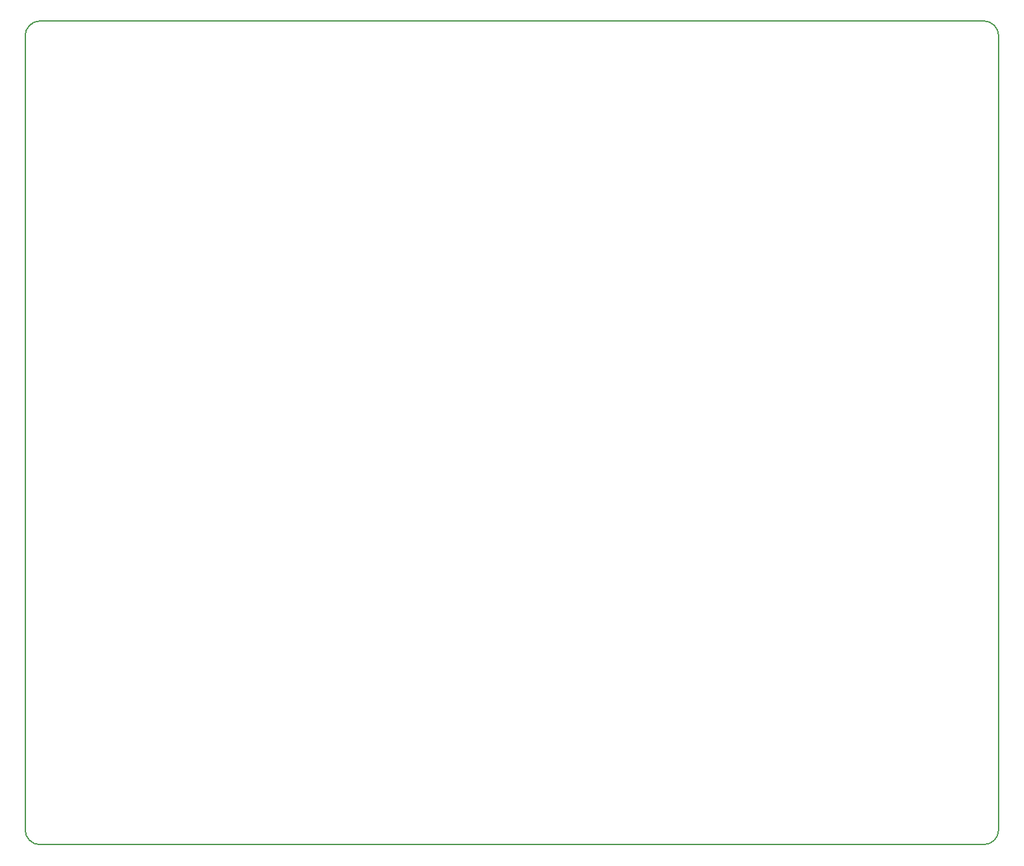
<source format=gko>
%FSLAX25Y25*%
%MOIN*%
G70*
G01*
G75*
G04 Layer_Color=16711935*
%ADD10R,0.13386X0.04724*%
%ADD11R,0.03543X0.02362*%
%ADD12R,0.03543X0.07087*%
%ADD13R,0.02362X0.03543*%
%ADD14R,0.09843X0.06693*%
%ADD15R,0.20079X0.09252*%
%ADD16R,0.11024X0.04921*%
%ADD17R,0.01378X0.02165*%
%ADD18R,0.01772X0.05315*%
%ADD19R,0.07874X0.06693*%
%ADD20R,0.07087X0.15354*%
%ADD21R,0.05118X0.21654*%
%ADD22C,0.00591*%
%ADD23C,0.01772*%
%ADD24C,0.01181*%
%ADD25C,0.15748*%
%ADD26O,0.15748X0.29134*%
%ADD27C,0.00984*%
%ADD28C,0.00100*%
%ADD29C,0.00787*%
%ADD30R,0.10630X0.04528*%
%ADD31R,0.00984X0.01772*%
%ADD32R,0.13780X0.05118*%
%ADD33R,0.03937X0.02756*%
%ADD34R,0.03937X0.07480*%
%ADD35R,0.02756X0.03937*%
%ADD36R,0.10236X0.07087*%
%ADD37R,0.20472X0.09646*%
%ADD38R,0.11417X0.05315*%
%ADD39R,0.01772X0.02559*%
%ADD40R,0.02165X0.05709*%
%ADD41R,0.08268X0.07087*%
%ADD42R,0.07480X0.15748*%
%ADD43R,0.05512X0.22047*%
%ADD44C,0.16142*%
%ADD45O,0.16142X0.29528*%
D29*
X255906Y208661D02*
G03*
X248031Y216535I-7874J0D01*
G01*
Y-216535D02*
G03*
X255906Y-208661I0J7874D01*
G01*
X-255906D02*
G03*
X-248031Y-216535I7874J0D01*
G01*
Y216535D02*
G03*
X-255906Y208661I0J-7874D01*
G01*
X-248031Y216535D02*
X248031D01*
X255906Y-208661D02*
Y208661D01*
X-248031Y-216535D02*
X248031D01*
X-255906Y-208661D02*
Y208661D01*
M02*

</source>
